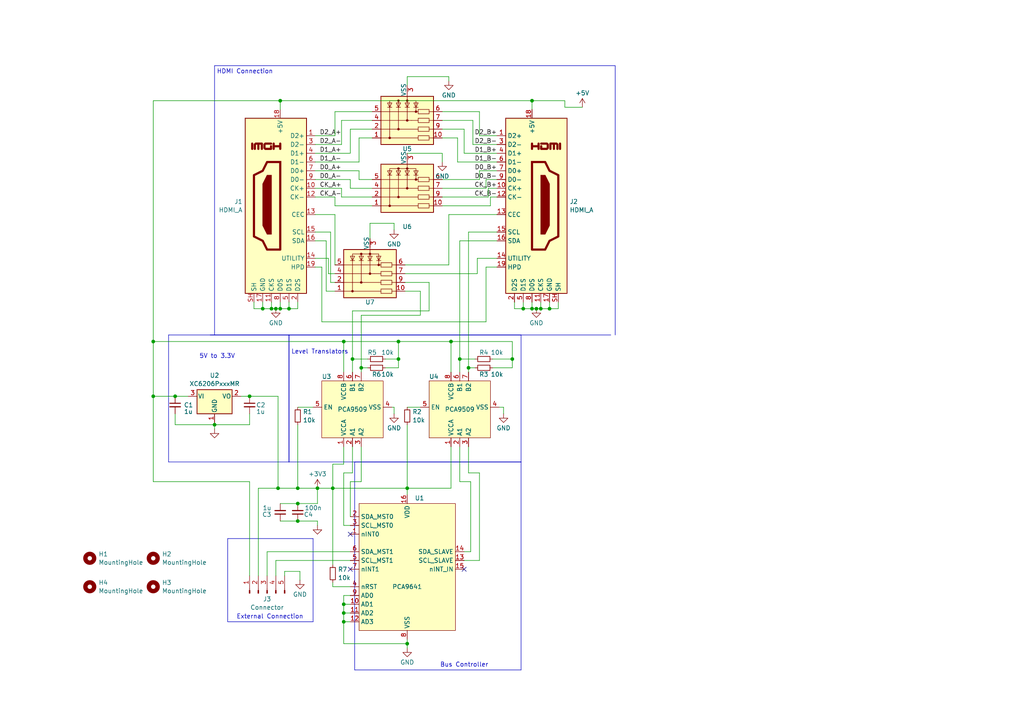
<source format=kicad_sch>
(kicad_sch (version 20230121) (generator eeschema)
  (paper "A4")
  (title_block (title "DDC-CI-Injector") (rev "A"))
  (lib_symbols
    (symbol "Connector:Conn_01x05_Pin" (pin_names (offset 1.016) hide)
      (property "Reference" "J" (at 0 7.62 0))
      (property "Value" "Conn_01x05_Pin" (at 0 -7.62 0))
      (symbol "Conn_01x05_Pin_1_1"
        (polyline (pts (xy 1.27 -5.08) (xy 0.8636 -5.08)) (stroke (width 0.1524)))
        (polyline (pts (xy 1.27 -2.54) (xy 0.8636 -2.54)) (stroke (width 0.1524)))
        (polyline (pts (xy 1.27 0) (xy 0.8636 0)) (stroke (width 0.1524)))
        (polyline (pts (xy 1.27 2.54) (xy 0.8636 2.54)) (stroke (width 0.1524)))
        (polyline (pts (xy 1.27 5.08) (xy 0.8636 5.08)) (stroke (width 0.1524)))
        (rectangle (start 0.8636 -4.953) (end 0 -5.207) (stroke (width 0.1524)) (fill (type outline)))
        (rectangle (start 0.8636 -2.413) (end 0 -2.667) (stroke (width 0.1524)) (fill (type outline)))
        (rectangle (start 0.8636 0.127) (end 0 -0.127) (stroke (width 0.1524)) (fill (type outline)))
        (rectangle (start 0.8636 2.667) (end 0 2.413) (stroke (width 0.1524)) (fill (type outline)))
        (rectangle (start 0.8636 5.207) (end 0 4.953) (stroke (width 0.1524)) (fill (type outline)))
        (pin passive line (at 5.08 5.08 180) (length 3.81) (name "Pin_1") (number "1"))
        (pin passive line (at 5.08 2.54 180) (length 3.81) (name "Pin_2") (number "2"))
        (pin passive line (at 5.08 0 180) (length 3.81) (name "Pin_3") (number "3"))
        (pin passive line (at 5.08 -2.54 180) (length 3.81) (name "Pin_4") (number "4"))
        (pin passive line (at 5.08 -5.08 180) (length 3.81) (name "Pin_5") (number "5"))
      )
    )
    (symbol "Connector:HDMI_A"
      (property "Reference" "J" (at -6.35 26.67 0))
      (property "Value" "HDMI_A" (at 10.16 26.67 0))
      (symbol "HDMI_A_0_0"
        (polyline (pts (xy 8.128 16.51) (xy 8.128 18.034)) (stroke (width 0.635)))
        (polyline (pts (xy 0 16.51) (xy 0 18.034) (xy 0 17.272) (xy 1.905 17.272) (xy 1.905 18.034) (xy 1.905 16.51)) (stroke (width 0.635)))
        (polyline (pts (xy 2.667 18.034) (xy 4.318 18.034) (xy 4.572 17.78) (xy 4.572 16.764) (xy 4.318 16.51) (xy 2.667 16.51) (xy 2.667 17.272)) (stroke (width 0.635)))
      )
      (symbol "HDMI_A_0_1"
        (rectangle (start -7.62 25.4) (end 10.16 -25.4) (stroke (width 0.254)) (fill (type background)))
        (polyline (pts (xy 2.54 8.89) (xy 3.81 8.89) (xy 5.08 6.35) (xy 5.08 -5.715) (xy 3.81 -8.255) (xy 2.54 -8.255) (xy 2.54 8.89)) (fill (type outline)))
        (polyline (pts (xy 5.334 16.51) (xy 5.334 18.034) (xy 6.35 18.034) (xy 6.35 16.51) (xy 6.35 18.034) (xy 7.112 18.034) (xy 7.366 17.78) (xy 7.366 16.51)) (stroke (width 0.635)))
        (polyline (pts (xy 0 12.7) (xy 0 -12.7) (xy 3.81 -12.7) (xy 5.08 -10.16) (xy 7.62 -8.89) (xy 7.62 8.89) (xy 5.08 10.16) (xy 3.81 12.7) (xy 0 12.7)) (stroke (width 0.635)))
      )
      (symbol "HDMI_A_1_1"
        (pin passive line (at -10.16 20.32 0) (length 2.54) (name "D2+") (number "1"))
        (pin passive line (at -10.16 5.08 0) (length 2.54) (name "CK+") (number "10"))
        (pin power_in line (at 2.54 -27.94 90) (length 2.54) (name "CKS") (number "11"))
        (pin passive line (at -10.16 2.54 0) (length 2.54) (name "CK-") (number "12"))
        (pin bidirectional line (at -10.16 -2.54 0) (length 2.54) (name "CEC") (number "13"))
        (pin passive line (at -10.16 -15.24 0) (length 2.54) (name "UTILITY") (number "14"))
        (pin passive line (at -10.16 -7.62 0) (length 2.54) (name "SCL") (number "15"))
        (pin bidirectional line (at -10.16 -10.16 0) (length 2.54) (name "SDA") (number "16"))
        (pin power_in line (at 5.08 -27.94 90) (length 2.54) (name "GND") (number "17"))
        (pin power_in line (at 0 27.94 270) (length 2.54) (name "+5V") (number "18"))
        (pin passive line (at -10.16 -17.78 0) (length 2.54) (name "HPD") (number "19"))
        (pin power_in line (at -5.08 -27.94 90) (length 2.54) (name "D2S") (number "2"))
        (pin passive line (at -10.16 17.78 0) (length 2.54) (name "D2-") (number "3"))
        (pin passive line (at -10.16 15.24 0) (length 2.54) (name "D1+") (number "4"))
        (pin power_in line (at -2.54 -27.94 90) (length 2.54) (name "D1S") (number "5"))
        (pin passive line (at -10.16 12.7 0) (length 2.54) (name "D1-") (number "6"))
        (pin passive line (at -10.16 10.16 0) (length 2.54) (name "D0+") (number "7"))
        (pin power_in line (at 0 -27.94 90) (length 2.54) (name "D0S") (number "8"))
        (pin passive line (at -10.16 7.62 0) (length 2.54) (name "D0-") (number "9"))
        (pin passive line (at 7.62 -27.94 90) (length 2.54) (name "SH") (number "SH"))
      )
    )
    (symbol "DDC-CI-Injector-Symbols:PCA9509"
      (property "Reference" "U" (at 1.27 17.78 0))
      (symbol "PCA9509_1_1"
        (rectangle (start -13.97 16.51) (end 3.81 0) (fill (type background)))
        (pin power_in line (at -7.62 -2.54 90) (length 2.54) (name "VCCA") (number "1"))
        (pin bidirectional line (at -5.08 -2.54 90) (length 2.54) (name "A1") (number "2"))
        (pin bidirectional line (at -2.54 -2.54 90) (length 2.54) (name "A2") (number "3"))
        (pin passive line (at 6.35 8.89 180) (length 2.54) (name "VSS") (number "4"))
        (pin bidirectional line (at -16.51 8.89 0) (length 2.54) (name "EN") (number "5"))
        (pin bidirectional line (at -5.08 19.05 270) (length 2.54) (name "B1") (number "6"))
        (pin bidirectional line (at -2.54 19.05 270) (length 2.54) (name "B2") (number "7"))
        (pin power_in line (at -7.62 19.05 270) (length 2.54) (name "VCCB") (number "8"))
      )
    )
    (symbol "DDC-CI-Injector-Symbols:PCA9641"
      (property "Reference" "U" (at 12.7 20.32 0))
      (symbol "PCA9641_1_1"
        (rectangle (start -13.97 19.05) (end 13.97 -17.78) (fill (type background)))
        (pin output line (at -16.51 10.16 0) (length 2.54) (name "nINT0") (number "1"))
        (pin input line (at -16.51 -10.16 0) (length 2.54) (name "AD1") (number "10"))
        (pin input line (at -16.51 -12.7 0) (length 2.54) (name "AD2") (number "11"))
        (pin input line (at -16.51 -15.24 0) (length 2.54) (name "AD3") (number "12"))
        (pin bidirectional line (at 16.51 2.54 180) (length 2.54) (name "SCL_SLAVE") (number "13"))
        (pin bidirectional line (at 16.51 5.08 180) (length 2.54) (name "SDA_SLAVE") (number "14"))
        (pin input line (at 16.51 0 180) (length 2.54) (name "nINT_IN") (number "15"))
        (pin power_in line (at 0 21.59 270) (length 2.54) (name "VDD") (number "16"))
        (pin bidirectional line (at -16.51 15.24 0) (length 2.54) (name "SDA_MST0") (number "2"))
        (pin bidirectional line (at -16.51 12.7 0) (length 2.54) (name "SCL_MST0") (number "3"))
        (pin input line (at -16.51 -5.08 0) (length 2.54) (name "nRST") (number "4"))
        (pin bidirectional line (at -16.51 2.54 0) (length 2.54) (name "SCL_MST1") (number "5"))
        (pin bidirectional line (at -16.51 5.08 0) (length 2.54) (name "SDA_MST1") (number "6"))
        (pin output line (at -16.51 0 0) (length 2.54) (name "nINT1") (number "7"))
        (pin passive line (at 0 -20.32 90) (length 2.54) (name "VSS") (number "8"))
        (pin input line (at -16.51 -7.62 0) (length 2.54) (name "AD0") (number "9"))
      )
    )
    (symbol "Device:C_Small" (pin_numbers hide) (pin_names (offset 0.254) hide)
      (property "Reference" "C" (at 0.254 1.778 0))
      (property "Value" "C_Small" (at 0.254 -2.032 0))
      (symbol "C_Small_0_1"
        (polyline (pts (xy -1.524 -0.508) (xy 1.524 -0.508)) (stroke (width 0.3302)))
        (polyline (pts (xy -1.524 0.508) (xy 1.524 0.508)) (stroke (width 0.3048)))
      )
      (symbol "C_Small_1_1"
        (pin passive line (at 0 2.54 270) (length 2.032) (name "~") (number "1"))
        (pin passive line (at 0 -2.54 90) (length 2.032) (name "~") (number "2"))
      )
    )
    (symbol "Device:R_Small" (pin_numbers hide) (pin_names (offset 0.254) hide)
      (property "Reference" "R" (at 0.762 0.508 0))
      (property "Value" "R_Small" (at 0.762 -1.016 0))
      (symbol "R_Small_0_1"
        (rectangle (start -0.762 1.778) (end 0.762 -1.778) (stroke (width 0.2032)))
      )
      (symbol "R_Small_1_1"
        (pin passive line (at 0 2.54 270) (length 0.762) (name "~") (number "1"))
        (pin passive line (at 0 -2.54 90) (length 0.762) (name "~") (number "2"))
      )
    )
    (symbol "Mechanical:MountingHole" (pin_names (offset 1.016))
      (property "Reference" "H" (at 0 5.08 0))
      (property "Value" "MountingHole" (at 0 3.175 0))
      (symbol "MountingHole_0_1"
        (circle (center 0 0) (radius 1.27) (stroke (width 1.27)))
      )
    )
    (symbol "Power_Protection:ESD224DQA" (pin_names (offset 0))
      (property "Reference" "U" (at -0.635 8.255 0))
      (property "Value" "ESD224DQA" (at 8.89 -8.255 0))
      (symbol "ESD224DQA_0_0"
        (polyline (pts (xy -2.54 -5.715) (xy -2.54 2.54)))
        (polyline (pts (xy 0 0) (xy 0 -6.985)))
      )
      (symbol "ESD224DQA_0_1"
        (rectangle (start -7.62 6.985) (end 7.62 -6.985) (stroke (width 0.254)) (fill (type background)))
        (circle (center -5.08 5.08) (radius 0.2794) (fill (type outline)))
        (circle (center -2.54 -5.715) (radius 0.2794) (fill (type outline)))
        (circle (center -2.54 2.54) (radius 0.2794) (fill (type outline)))
        (circle (center 0 -5.715) (radius 0.2794) (fill (type outline)))
        (polyline (pts (xy -7.62 -2.54) (xy 3.175 -2.54)))
        (polyline (pts (xy -7.62 0) (xy 1.27 0)))
        (polyline (pts (xy -7.62 2.54) (xy -5.08 2.54)))
        (polyline (pts (xy -7.62 5.08) (xy -7.62 5.08)))
        (polyline (pts (xy -4.445 -3.81) (xy -5.715 -3.81)))
        (polyline (pts (xy -1.905 -3.81) (xy -3.175 -3.81)))
        (polyline (pts (xy 0 -6.985) (xy 0 -7.62)))
        (polyline (pts (xy 0.635 -3.81) (xy -0.635 -3.81)))
        (polyline (pts (xy 3.175 -3.81) (xy 1.905 -3.81)))
        (polyline (pts (xy 3.175 0) (xy 1.27 0)) (stroke (width 0.1524)))
        (polyline (pts (xy 3.175 5.08) (xy -7.62 5.08)) (stroke (width 0.1524)))
        (polyline (pts (xy 7.62 -2.54) (xy 6.35 -2.54)) (stroke (width 0.1524)))
        (polyline (pts (xy 7.62 0) (xy 6.35 0)) (stroke (width 0.1524)))
        (polyline (pts (xy 7.62 2.54) (xy 6.35 2.54)) (stroke (width 0.1524)))
        (polyline (pts (xy 7.62 5.08) (xy 6.35 5.08)) (stroke (width 0.1524)))
        (polyline (pts (xy -5.08 5.08) (xy -5.08 -5.715) (xy 2.54 -5.715) (xy 2.54 -2.54)) (stroke (width 0.1524)))
        (polyline (pts (xy -4.445 -5.08) (xy -5.715 -5.08) (xy -5.08 -3.81) (xy -4.445 -5.08)))
        (polyline (pts (xy -1.905 -5.08) (xy -3.175 -5.08) (xy -2.54 -3.81) (xy -1.905 -5.08)))
        (polyline (pts (xy 0.635 -5.08) (xy -0.635 -5.08) (xy 0 -3.81) (xy 0.635 -5.08)))
        (polyline (pts (xy 3.175 -5.08) (xy 1.905 -5.08) (xy 2.54 -3.81) (xy 3.175 -5.08)))
        (polyline (pts (xy 3.175 2.54) (xy 0 2.54) (xy 0 2.54) (xy -3.81 2.54) (xy -3.81 2.54) (xy -5.08 2.54)) (stroke (width 0.1524)))
        (circle (center 0 0) (radius 0.2794) (fill (type outline)))
        (circle (center 2.54 -2.54) (radius 0.2794) (fill (type outline)))
        (rectangle (start 3.175 -1.905) (end 6.35 -3.175) (stroke (width 0.1524)))
        (rectangle (start 3.175 0.635) (end 6.35 -0.635) (stroke (width 0.1524)))
        (rectangle (start 3.175 3.175) (end 6.35 1.905) (stroke (width 0.1524)))
        (rectangle (start 3.175 5.715) (end 6.35 4.445) (stroke (width 0.1524)))
      )
      (symbol "ESD224DQA_1_1"
        (pin passive line (at -10.16 5.08 0) (length 2.54) (name "~") (number "1"))
        (pin passive line (at 10.16 5.08 180) (length 2.54) (name "~") (number "10"))
        (pin passive line (at -10.16 2.54 0) (length 2.54) (name "~") (number "2"))
        (pin power_in line (at 0 -10.16 90) (length 2.54) (name "VSS") (number "3"))
        (pin passive line (at -10.16 0 0) (length 2.54) (name "~") (number "4"))
        (pin passive line (at -10.16 -2.54 0) (length 2.54) (name "~") (number "5"))
        (pin passive line (at 10.16 -2.54 180) (length 2.54) (name "~") (number "6"))
        (pin passive line (at 10.16 0 180) (length 2.54) (name "~") (number "7"))
        (pin passive line (at 0 -10.16 90) (length 2.54) hide (name "VSS") (number "8"))
        (pin passive line (at 10.16 2.54 180) (length 2.54) (name "~") (number "9"))
      )
    )
    (symbol "Regulator_Linear:XC6206PxxxMR" (pin_names (offset 0.254))
      (property "Reference" "U" (at -3.81 3.175 0))
      (property "Value" "XC6206PxxxMR" (at 0 3.175 0))
      (symbol "XC6206PxxxMR_0_1"
        (rectangle (start -5.08 1.905) (end 5.08 -5.08) (stroke (width 0.254)) (fill (type background)))
      )
      (symbol "XC6206PxxxMR_1_1"
        (pin power_in line (at 0 -7.62 90) (length 2.54) (name "GND") (number "1"))
        (pin power_out line (at 7.62 0 180) (length 2.54) (name "VO") (number "2"))
        (pin power_in line (at -7.62 0 0) (length 2.54) (name "VI") (number "3"))
      )
    )
    (symbol "power:+3V3" (power) (pin_names (offset 0))
      (property "Value" "+3V3" (at 0 3.556 0))
      (symbol "+3V3_0_1"
        (polyline (pts (xy -0.762 1.27) (xy 0 2.54)))
        (polyline (pts (xy 0 0) (xy 0 2.54)))
        (polyline (pts (xy 0 2.54) (xy 0.762 1.27)))
      )
      (symbol "+3V3_1_1"
        (pin power_in line (at 0 0 90) (length 0) hide (name "+3V3") (number "1"))
      )
    )
    (symbol "power:+5V" (power) (pin_names (offset 0))
      (property "Value" "+5V" (at 0 3.556 0))
      (symbol "+5V_0_1"
        (polyline (pts (xy -0.762 1.27) (xy 0 2.54)))
        (polyline (pts (xy 0 0) (xy 0 2.54)))
        (polyline (pts (xy 0 2.54) (xy 0.762 1.27)))
      )
      (symbol "+5V_1_1"
        (pin power_in line (at 0 0 90) (length 0) hide (name "+5V") (number "1"))
      )
    )
    (symbol "power:GND" (power) (pin_names (offset 0))
      (property "Value" "GND" (at 0 -3.81 0))
      (symbol "GND_0_1"
        (polyline (pts (xy 0 0) (xy 0 -1.27) (xy 1.27 -1.27) (xy 0 -2.54) (xy -1.27 -1.27) (xy 0 -1.27)))
      )
      (symbol "GND_1_1"
        (pin power_in line (at 0 0 270) (length 0) hide (name "GND") (number "1"))
      )
    )
  )
  (junction (at 44.45 99.06))
  (junction (at 78.74 89.535))
  (junction (at 115.57 99.06))
  (junction (at 50.8 114.935))
  (junction (at 151.765 89.535))
  (junction (at 102.235 104.14))
  (junction (at 159.385 89.535))
  (junction (at 81.28 89.535))
  (junction (at 92.075 141.605))
  (junction (at 86.36 141.605))
  (junction (at 96.52 141.605))
  (junction (at 99.695 180.34))
  (junction (at 118.11 141.605))
  (junction (at 99.695 99.06))
  (junction (at 115.57 104.14))
  (junction (at 76.2 89.535))
  (junction (at 80.01 89.535))
  (junction (at 135.89 106.68))
  (junction (at 44.45 114.935))
  (junction (at 104.775 106.68))
  (junction (at 86.36 151.13))
  (junction (at 154.305 89.535))
  (junction (at 154.305 29.21))
  (junction (at 156.845 89.535))
  (junction (at 83.82 89.535))
  (junction (at 118.11 186.69))
  (junction (at 86.36 146.05))
  (junction (at 133.35 104.14))
  (junction (at 72.39 114.935))
  (junction (at 148.59 104.14))
  (junction (at 99.695 175.26))
  (junction (at 80.645 141.605))
  (junction (at 62.23 123.19))
  (junction (at 99.695 177.8))
  (junction (at 81.28 29.21))
  (junction (at 155.575 89.535))
  (junction (at 130.81 99.06))
  (no_connect (at 134.62 165.1))
  (no_connect (at 101.6 165.1))
  (no_connect (at 101.6 154.94))
  (wire (pts (xy 161.925 89.535) (xy 161.925 87.63)))
  (wire (pts (xy 141.605 54.61) (xy 141.605 57.15)))
  (wire (pts (xy 50.8 123.19) (xy 62.23 123.19)))
  (wire (pts (xy 91.44 46.99) (xy 104.14 46.99)))
  (wire (pts (xy 128.27 32.385) (xy 139.065 32.385)))
  (wire (pts (xy 140.97 52.07) (xy 140.97 54.61)))
  (wire (pts (xy 154.305 31.75) (xy 154.305 29.21)))
  (wire (pts (xy 44.45 114.935) (xy 50.8 114.935)))
  (wire (pts (xy 134.62 44.45) (xy 144.145 44.45)))
  (wire (pts (xy 99.695 137.16) (xy 99.695 152.4)))
  (wire (pts (xy 102.235 90.17) (xy 102.235 104.14)))
  (wire (pts (xy 97.155 84.455) (xy 94.615 84.455)))
  (wire (pts (xy 114.3 64.77) (xy 114.3 66.675)))
  (wire (pts (xy 81.28 87.63) (xy 81.28 89.535)))
  (wire (pts (xy 133.35 104.14) (xy 133.35 69.85)))
  (wire (pts (xy 144.145 52.07) (xy 140.97 52.07)))
  (wire (pts (xy 139.065 162.56) (xy 134.62 162.56)))
  (wire (pts (xy 99.695 129.54) (xy 99.695 134.62)))
  (wire (pts (xy 91.44 57.15) (xy 97.155 57.15)))
  (wire (pts (xy 130.81 129.54) (xy 130.81 141.605)))
  (wire (pts (xy 118.11 22.225) (xy 118.11 24.765)))
  (wire (pts (xy 83.82 87.63) (xy 83.82 89.535)))
  (wire (pts (xy 140.97 54.61) (xy 128.27 54.61)))
  (wire (pts (xy 99.06 57.15) (xy 107.95 57.15)))
  (wire (pts (xy 104.775 106.68) (xy 106.68 106.68)))
  (wire (pts (xy 139.065 49.53) (xy 139.065 52.07)))
  (wire (pts (xy 134.62 160.02) (xy 136.525 160.02)))
  (wire (pts (xy 101.6 160.02) (xy 77.47 160.02)))
  (polyline (pts (xy 48.895 133.985) (xy 83.82 133.985)))
  (polyline (pts (xy 83.82 97.155) (xy 48.895 97.155)))
  (wire (pts (xy 141.605 57.15) (xy 128.27 57.15)))
  (wire (pts (xy 101.6 37.465) (xy 107.95 37.465)))
  (wire (pts (xy 130.175 62.23) (xy 144.145 62.23)))
  (wire (pts (xy 102.235 137.16) (xy 99.695 137.16)))
  (polyline (pts (xy 90.805 156.21) (xy 90.805 180.34)))
  (wire (pts (xy 92.075 141.605) (xy 96.52 141.605)))
  (wire (pts (xy 104.775 139.7) (xy 104.775 129.54)))
  (wire (pts (xy 104.775 106.68) (xy 104.775 107.95)))
  (wire (pts (xy 74.93 141.605) (xy 80.645 141.605)))
  (wire (pts (xy 117.475 76.835) (xy 130.175 76.835)))
  (wire (pts (xy 91.44 62.23) (xy 97.155 62.23)))
  (wire (pts (xy 135.89 137.16) (xy 139.065 137.16)))
  (wire (pts (xy 91.44 39.37) (xy 97.155 39.37)))
  (wire (pts (xy 92.075 146.05) (xy 92.075 141.605)))
  (wire (pts (xy 142.24 59.69) (xy 128.27 59.69)))
  (wire (pts (xy 97.155 62.23) (xy 97.155 76.835)))
  (polyline (pts (xy 66.04 156.21) (xy 66.04 180.34)))
  (wire (pts (xy 151.765 89.535) (xy 154.305 89.535)))
  (wire (pts (xy 154.305 89.535) (xy 155.575 89.535)))
  (wire (pts (xy 99.695 175.26) (xy 101.6 175.26)))
  (wire (pts (xy 144.145 41.91) (xy 137.16 41.91)))
  (wire (pts (xy 95.25 74.93) (xy 95.25 79.375)))
  (wire (pts (xy 44.45 99.06) (xy 44.45 114.935)))
  (wire (pts (xy 101.6 139.7) (xy 104.775 139.7)))
  (wire (pts (xy 118.11 44.45) (xy 128.27 44.45)))
  (wire (pts (xy 101.6 52.07) (xy 101.6 54.61)))
  (wire (pts (xy 80.645 114.935) (xy 80.645 141.605)))
  (wire (pts (xy 121.92 91.44) (xy 121.92 84.455)))
  (polyline (pts (xy 151.13 133.985) (xy 151.13 194.31)))
  (wire (pts (xy 163.83 29.21) (xy 163.83 31.115)))
  (wire (pts (xy 99.695 99.06) (xy 115.57 99.06)))
  (wire (pts (xy 118.11 186.69) (xy 99.695 186.69)))
  (wire (pts (xy 72.39 114.935) (xy 80.645 114.935)))
  (wire (pts (xy 133.35 104.14) (xy 137.795 104.14)))
  (wire (pts (xy 139.065 32.385) (xy 139.065 39.37)))
  (wire (pts (xy 91.44 41.91) (xy 99.06 41.91)))
  (wire (pts (xy 91.44 54.61) (xy 99.06 54.61)))
  (wire (pts (xy 144.145 54.61) (xy 141.605 54.61)))
  (wire (pts (xy 86.995 165.735) (xy 86.995 168.275)))
  (wire (pts (xy 69.85 114.935) (xy 72.39 114.935)))
  (wire (pts (xy 99.06 34.925) (xy 107.95 34.925)))
  (wire (pts (xy 81.28 146.05) (xy 86.36 146.05)))
  (wire (pts (xy 99.695 175.26) (xy 99.695 172.72)))
  (wire (pts (xy 139.065 137.16) (xy 139.065 162.56)))
  (wire (pts (xy 102.235 90.17) (xy 124.46 90.17)))
  (wire (pts (xy 142.875 104.14) (xy 148.59 104.14)))
  (wire (pts (xy 148.59 99.06) (xy 130.81 99.06)))
  (polyline (pts (xy 102.87 133.985) (xy 102.87 194.31)))
  (wire (pts (xy 136.525 139.7) (xy 133.35 139.7)))
  (wire (pts (xy 130.81 99.06) (xy 130.81 107.95)))
  (wire (pts (xy 130.175 22.225) (xy 130.175 23.495)))
  (wire (pts (xy 135.89 67.31) (xy 144.145 67.31)))
  (wire (pts (xy 86.36 118.11) (xy 90.805 118.11)))
  (wire (pts (xy 128.27 40.005) (xy 132.715 40.005)))
  (wire (pts (xy 154.305 29.21) (xy 81.28 29.21)))
  (wire (pts (xy 80.645 141.605) (xy 86.36 141.605)))
  (wire (pts (xy 124.46 81.915) (xy 117.475 81.915)))
  (wire (pts (xy 81.28 29.21) (xy 44.45 29.21)))
  (wire (pts (xy 78.74 89.535) (xy 80.01 89.535)))
  (wire (pts (xy 91.44 49.53) (xy 104.14 49.53)))
  (wire (pts (xy 101.6 44.45) (xy 101.6 37.465)))
  (wire (pts (xy 99.695 180.34) (xy 99.695 177.8)))
  (wire (pts (xy 132.715 40.005) (xy 132.715 46.99)))
  (wire (pts (xy 142.24 57.15) (xy 142.24 59.69)))
  (wire (pts (xy 137.16 34.925) (xy 128.27 34.925)))
  (wire (pts (xy 107.315 64.77) (xy 114.3 64.77)))
  (wire (pts (xy 86.36 141.605) (xy 92.075 141.605)))
  (wire (pts (xy 155.575 89.535) (xy 156.845 89.535)))
  (wire (pts (xy 91.44 52.07) (xy 101.6 52.07)))
  (wire (pts (xy 104.14 49.53) (xy 104.14 52.07)))
  (wire (pts (xy 115.57 104.14) (xy 115.57 106.68)))
  (wire (pts (xy 156.845 87.63) (xy 156.845 89.535)))
  (wire (pts (xy 44.45 114.935) (xy 44.45 139.7)))
  (wire (pts (xy 130.175 76.835) (xy 130.175 62.23)))
  (wire (pts (xy 99.695 172.72) (xy 101.6 172.72)))
  (wire (pts (xy 82.55 167.005) (xy 82.55 165.735)))
  (wire (pts (xy 94.615 84.455) (xy 94.615 69.85)))
  (wire (pts (xy 133.35 139.7) (xy 133.35 129.54)))
  (wire (pts (xy 80.01 162.56) (xy 80.01 167.005)))
  (wire (pts (xy 72.39 123.19) (xy 62.23 123.19)))
  (wire (pts (xy 97.155 59.69) (xy 107.95 59.69)))
  (wire (pts (xy 76.2 89.535) (xy 78.74 89.535)))
  (wire (pts (xy 96.52 134.62) (xy 96.52 141.605)))
  (wire (pts (xy 86.36 146.05) (xy 92.075 146.05)))
  (wire (pts (xy 139.065 39.37) (xy 144.145 39.37)))
  (wire (pts (xy 102.235 129.54) (xy 102.235 137.16)))
  (wire (pts (xy 114.3 118.11) (xy 114.3 120.015)))
  (wire (pts (xy 91.44 44.45) (xy 101.6 44.45)))
  (wire (pts (xy 77.47 160.02) (xy 77.47 167.005)))
  (wire (pts (xy 97.155 32.385) (xy 107.95 32.385)))
  (wire (pts (xy 144.145 57.15) (xy 142.24 57.15)))
  (wire (pts (xy 102.235 107.95) (xy 102.235 104.14)))
  (polyline (pts (xy 102.87 133.985) (xy 151.13 133.985)))
  (wire (pts (xy 107.315 69.215) (xy 107.315 64.77)))
  (wire (pts (xy 135.89 107.95) (xy 135.89 106.68)))
  (wire (pts (xy 118.11 185.42) (xy 118.11 186.69)))
  (wire (pts (xy 83.82 89.535) (xy 86.36 89.535)))
  (wire (pts (xy 86.36 123.19) (xy 86.36 141.605)))
  (polyline (pts (xy 178.435 19.05) (xy 178.435 97.155)))
  (wire (pts (xy 159.385 89.535) (xy 161.925 89.535)))
  (wire (pts (xy 104.14 46.99) (xy 104.14 40.005)))
  (wire (pts (xy 99.695 152.4) (xy 101.6 152.4)))
  (wire (pts (xy 159.385 87.63) (xy 159.385 89.535)))
  (wire (pts (xy 99.06 41.91) (xy 99.06 34.925)))
  (wire (pts (xy 102.235 104.14) (xy 106.68 104.14)))
  (wire (pts (xy 96.52 141.605) (xy 118.11 141.605)))
  (wire (pts (xy 73.66 87.63) (xy 73.66 89.535)))
  (wire (pts (xy 92.075 151.13) (xy 92.075 152.4)))
  (polyline (pts (xy 83.82 97.155) (xy 83.82 133.985)))
  (wire (pts (xy 135.89 129.54) (xy 135.89 137.16)))
  (wire (pts (xy 99.695 177.8) (xy 101.6 177.8)))
  (wire (pts (xy 148.59 106.68) (xy 142.875 106.68)))
  (polyline (pts (xy 83.82 133.985) (xy 151.13 133.985)))
  (wire (pts (xy 99.695 177.8) (xy 99.695 175.26)))
  (wire (pts (xy 82.55 165.735) (xy 86.995 165.735)))
  (wire (pts (xy 101.6 54.61) (xy 107.95 54.61)))
  (wire (pts (xy 81.28 89.535) (xy 83.82 89.535)))
  (wire (pts (xy 132.715 46.99) (xy 144.145 46.99)))
  (wire (pts (xy 72.39 120.015) (xy 72.39 123.19)))
  (wire (pts (xy 72.39 139.7) (xy 44.45 139.7)))
  (wire (pts (xy 128.27 37.465) (xy 134.62 37.465)))
  (wire (pts (xy 154.305 29.21) (xy 163.83 29.21)))
  (wire (pts (xy 136.525 160.02) (xy 136.525 139.7)))
  (wire (pts (xy 99.695 134.62) (xy 96.52 134.62)))
  (polyline (pts (xy 83.82 97.155) (xy 83.82 133.985)))
  (polyline (pts (xy 151.13 194.31) (xy 102.87 194.31)))
  (wire (pts (xy 115.57 99.06) (xy 115.57 104.14)))
  (wire (pts (xy 135.89 106.68) (xy 137.795 106.68)))
  (wire (pts (xy 154.305 87.63) (xy 154.305 89.535)))
  (wire (pts (xy 91.44 74.93) (xy 95.25 74.93)))
  (wire (pts (xy 96.52 168.91) (xy 96.52 170.18)))
  (wire (pts (xy 121.92 84.455) (xy 117.475 84.455)))
  (wire (pts (xy 101.6 162.56) (xy 80.01 162.56)))
  (polyline (pts (xy 66.04 156.21) (xy 90.805 156.21)))
  (wire (pts (xy 144.78 118.11) (xy 146.05 118.11)))
  (wire (pts (xy 137.16 41.91) (xy 137.16 34.925)))
  (wire (pts (xy 80.01 89.535) (xy 81.28 89.535)))
  (wire (pts (xy 96.52 141.605) (xy 96.52 163.83)))
  (wire (pts (xy 97.155 57.15) (xy 97.155 59.69)))
  (wire (pts (xy 104.14 40.005) (xy 107.95 40.005)))
  (wire (pts (xy 94.615 69.85) (xy 91.44 69.85)))
  (wire (pts (xy 146.05 118.11) (xy 146.05 120.015)))
  (wire (pts (xy 44.45 99.06) (xy 99.695 99.06)))
  (wire (pts (xy 151.765 87.63) (xy 151.765 89.535)))
  (wire (pts (xy 115.57 106.68) (xy 111.76 106.68)))
  (wire (pts (xy 133.35 69.85) (xy 144.145 69.85)))
  (wire (pts (xy 135.89 106.68) (xy 135.89 67.31)))
  (polyline (pts (xy 62.23 19.05) (xy 62.23 97.155)))
  (wire (pts (xy 140.97 77.47) (xy 144.145 77.47)))
  (wire (pts (xy 118.11 22.225) (xy 130.175 22.225)))
  (wire (pts (xy 104.775 91.44) (xy 121.92 91.44)))
  (wire (pts (xy 62.23 122.555) (xy 62.23 123.19)))
  (wire (pts (xy 118.11 141.605) (xy 130.81 141.605)))
  (wire (pts (xy 138.43 74.93) (xy 144.145 74.93)))
  (wire (pts (xy 117.475 79.375) (xy 138.43 79.375)))
  (wire (pts (xy 118.11 141.605) (xy 118.11 143.51)))
  (wire (pts (xy 118.11 123.19) (xy 118.11 141.605)))
  (wire (pts (xy 95.25 79.375) (xy 97.155 79.375)))
  (wire (pts (xy 76.2 87.63) (xy 76.2 89.535)))
  (wire (pts (xy 81.28 151.13) (xy 86.36 151.13)))
  (wire (pts (xy 124.46 90.17) (xy 124.46 81.915)))
  (wire (pts (xy 95.885 81.915) (xy 97.155 81.915)))
  (wire (pts (xy 99.695 186.69) (xy 99.695 180.34)))
  (wire (pts (xy 149.225 89.535) (xy 151.765 89.535)))
  (wire (pts (xy 156.845 89.535) (xy 159.385 89.535)))
  (wire (pts (xy 111.76 104.14) (xy 115.57 104.14)))
  (wire (pts (xy 118.11 118.11) (xy 121.92 118.11)))
  (wire (pts (xy 134.62 37.465) (xy 134.62 44.45)))
  (wire (pts (xy 91.44 77.47) (xy 93.345 77.47)))
  (wire (pts (xy 81.28 29.21) (xy 81.28 31.75)))
  (wire (pts (xy 93.345 77.47) (xy 93.345 93.345)))
  (wire (pts (xy 101.6 149.86) (xy 101.6 139.7)))
  (wire (pts (xy 104.775 91.44) (xy 104.775 106.68)))
  (wire (pts (xy 99.695 180.34) (xy 101.6 180.34)))
  (wire (pts (xy 99.695 99.06) (xy 99.695 107.95)))
  (polyline (pts (xy 83.82 97.155) (xy 151.13 97.155)))
  (wire (pts (xy 115.57 99.06) (xy 130.81 99.06)))
  (wire (pts (xy 73.66 89.535) (xy 76.2 89.535)))
  (wire (pts (xy 148.59 104.14) (xy 148.59 106.68)))
  (wire (pts (xy 74.93 167.005) (xy 74.93 141.605)))
  (wire (pts (xy 140.97 93.345) (xy 140.97 77.47)))
  (wire (pts (xy 104.14 52.07) (xy 107.95 52.07)))
  (polyline (pts (xy 177.165 97.155) (xy 60.96 97.155)))
  (wire (pts (xy 97.155 39.37) (xy 97.155 32.385)))
  (wire (pts (xy 148.59 104.14) (xy 148.59 99.06)))
  (wire (pts (xy 72.39 167.005) (xy 72.39 139.7)))
  (wire (pts (xy 95.885 67.31) (xy 95.885 81.915)))
  (wire (pts (xy 44.45 29.21) (xy 44.45 99.06)))
  (wire (pts (xy 91.44 67.31) (xy 95.885 67.31)))
  (wire (pts (xy 93.345 93.345) (xy 140.97 93.345)))
  (wire (pts (xy 50.8 114.935) (xy 54.61 114.935)))
  (wire (pts (xy 163.83 31.115) (xy 168.91 31.115)))
  (wire (pts (xy 96.52 170.18) (xy 101.6 170.18)))
  (wire (pts (xy 138.43 74.93) (xy 138.43 79.375)))
  (polyline (pts (xy 151.13 133.985) (xy 151.13 97.155)))
  (polyline (pts (xy 48.895 97.155) (xy 48.895 133.985)))
  (wire (pts (xy 50.8 120.015) (xy 50.8 123.19)))
  (wire (pts (xy 99.06 54.61) (xy 99.06 57.15)))
  (polyline (pts (xy 90.805 180.34) (xy 66.04 180.34)))
  (wire (pts (xy 144.145 49.53) (xy 139.065 49.53)))
  (wire (pts (xy 149.225 87.63) (xy 149.225 89.535)))
  (wire (pts (xy 62.23 123.19) (xy 62.23 124.46)))
  (wire (pts (xy 113.665 118.11) (xy 114.3 118.11)))
  (wire (pts (xy 86.36 89.535) (xy 86.36 87.63)))
  (wire (pts (xy 133.35 107.95) (xy 133.35 104.14)))
  (wire (pts (xy 139.065 52.07) (xy 128.27 52.07)))
  (wire (pts (xy 128.27 44.45) (xy 128.27 46.99)))
  (polyline (pts (xy 62.23 19.05) (xy 178.435 19.05)))
  (wire (pts (xy 78.74 87.63) (xy 78.74 89.535)))
  (wire (pts (xy 118.11 186.69) (xy 118.11 187.96)))
  (wire (pts (xy 86.36 151.13) (xy 92.075 151.13)))
  (text "HDMI Connection" (at 62.865 21.59 0) (effects (font (size 1.27 1.27)) (justify left bottom)))
  (text "Bus Controller" (at 127.635 193.675 0) (effects (font (size 1.27 1.27)) (justify left bottom)))
  (text "External Connection" (at 68.58 179.705 0) (effects (font (size 1.27 1.27)) (justify left bottom)))
  (text "Level Translators" (at 84.455 102.87 0) (effects (font (size 1.27 1.27)) (justify left bottom)))
  (text "5V to 3.3V" (at 57.785 104.14 0) (effects (font (size 1.27 1.27)) (justify left bottom)))
  (label "D0_B-" (at 144.145 52.07 180))
  (label "D1_A-" (at 92.71 46.99 0))
  (label "D2_A-" (at 92.71 41.91 0))
  (label "D2_A+" (at 92.71 39.37 0))
  (label "D0_A+" (at 92.71 49.53 0))
  (label "CK_B-" (at 144.145 57.15 180))
  (label "D2_B-" (at 144.145 41.91 180))
  (label "CK_A+" (at 92.71 54.61 0))
  (label "D0_A-" (at 92.71 52.07 0))
  (label "D1_B+" (at 144.145 44.45 180))
  (label "D2_B+" (at 144.145 39.37 180))
  (label "CK_B+" (at 144.145 54.61 180))
  (label "D1_B-" (at 144.145 46.99 180))
  (label "D1_A+" (at 92.71 44.45 0))
  (label "D0_B+" (at 144.145 49.53 180))
  (label "CK_A-" (at 92.71 57.15 0))
  (symbol (lib_id "power:GND") (at 80.01 89.535 0) (unit 1)
    (property "Reference" "#PWR02" (effects hide))
    (property "Value" "GND" (at 80.01 93.6681 0))
  )
  (symbol (lib_id "DDC-CI-Injector-Symbols:PCA9509") (at 107.315 127 0) (unit 1)
    (property "Reference" "U3" (at 93.345 109.22 0) (effects (justify left)))
    (property "Value" "PCA9509" (at 102.235 118.745 0))
    (property "Footprint" "Package_SO:TSSOP-8_3x3mm_P0.65mm" (effects hide))
  )
  (symbol (lib_id "power:+3V3") (at 92.075 141.605 0) (unit 1)
    (property "Reference" "#PWR05" (effects hide))
    (property "Value" "+3V3" (at 92.075 137.4719 0))
  )
  (symbol (lib_id "Device:C_Small") (at 81.28 148.59 180) (unit 1)
    (property "Reference" "C3" (at 78.74 149.225 0) (effects (justify left)))
    (property "Value" "1u" (at 78.74 147.32 0) (effects (justify left)))
    (property "Footprint" "Capacitor_SMD:C_0603_1608Metric" (effects hide))
  )
  (symbol (lib_id "power:GND") (at 114.3 66.675 0) (unit 1)
    (property "Reference" "#PWR010" (effects hide))
    (property "Value" "GND" (at 114.3 70.8081 0))
  )
  (symbol (lib_id "power:GND") (at 118.11 187.96 0) (unit 1)
    (property "Reference" "#PWR01" (effects hide))
    (property "Value" "GND" (at 118.11 192.0931 0))
  )
  (symbol (lib_id "DDC-CI-Injector-Symbols:PCA9641") (at 118.11 165.1 0) (unit 1)
    (property "Reference" "U1" (at 120.3041 144.4569 0) (effects (justify left)))
    (property "Value" "PCA9641" (at 118.11 170.18 0))
    (property "Footprint" "Package_SO:TSSOP-16_4.4x5mm_P0.65mm" (effects hide))
  )
  (symbol (lib_id "Device:R_Small") (at 109.22 106.68 90) (unit 1)
    (property "Reference" "R6" (at 109.22 108.585 90))
    (property "Value" "10k" (at 112.395 108.585 90))
    (property "Footprint" "Resistor_SMD:R_0402_1005Metric" (effects hide))
  )
  (symbol (lib_id "Regulator_Linear:XC6206PxxxMR") (at 62.23 114.935 0) (unit 1)
    (property "Reference" "U2" (at 62.23 108.8857 0))
    (property "Value" "XC6206PxxxMR" (at 62.23 111.3099 0))
    (property "Footprint" "Package_TO_SOT_SMD:SOT-23-3" (effects hide))
    (property "Datasheet" "https://www.torexsemi.com/file/xc6206/XC6206.pdf" (effects hide))
  )
  (symbol (lib_id "power:+5V") (at 168.91 31.115 0) (unit 1)
    (property "Reference" "#PWR08" (effects hide))
    (property "Value" "+5V" (at 168.91 26.9819 0))
  )
  (symbol (lib_id "DDC-CI-Injector-Symbols:PCA9509") (at 138.43 127 0) (unit 1)
    (property "Reference" "U4" (at 124.46 109.22 0) (effects (justify left)))
    (property "Value" "PCA9509" (at 133.35 118.745 0))
    (property "Footprint" "Package_SO:TSSOP-8_3x3mm_P0.65mm" (effects hide))
  )
  (symbol (lib_id "Device:C_Small") (at 72.39 117.475 0) (unit 1)
    (property "Reference" "C2" (at 74.295 117.475 0) (effects (justify left)))
    (property "Value" "1u" (at 74.295 119.38 0) (effects (justify left)))
    (property "Footprint" "Capacitor_SMD:C_0603_1608Metric" (effects hide))
  )
  (symbol (lib_id "power:GND") (at 128.27 46.99 0) (unit 1)
    (property "Reference" "#PWR09" (effects hide))
    (property "Value" "GND" (at 128.27 51.1231 0))
  )
  (symbol (lib_id "Mechanical:MountingHole") (at 44.45 170.18 0) (unit 1)
    (property "Reference" "H3" (at 46.99 168.9679 0) (effects (justify left)))
    (property "Value" "MountingHole" (at 46.99 171.3921 0) (effects (justify left)))
    (property "Footprint" "MountingHole:MountingHole_2.7mm_M2.5_DIN965" (effects hide))
  )
  (symbol (lib_id "Device:C_Small") (at 86.36 148.59 180) (unit 1)
    (property "Reference" "C4" (at 90.805 149.225 0) (effects (justify left)))
    (property "Value" "100n" (at 93.345 147.32 0) (effects (justify left)))
    (property "Footprint" "Capacitor_SMD:C_0402_1005Metric" (effects hide))
  )
  (symbol (lib_id "Mechanical:MountingHole") (at 26.035 161.925 0) (unit 1)
    (property "Reference" "H1" (at 28.575 160.7129 0) (effects (justify left)))
    (property "Value" "MountingHole" (at 28.575 163.1371 0) (effects (justify left)))
    (property "Footprint" "MountingHole:MountingHole_2.7mm_M2.5_DIN965" (effects hide))
  )
  (symbol (lib_id "Mechanical:MountingHole") (at 44.45 161.925 0) (unit 1)
    (property "Reference" "H2" (at 46.99 160.7129 0) (effects (justify left)))
    (property "Value" "MountingHole" (at 46.99 163.1371 0) (effects (justify left)))
    (property "Footprint" "MountingHole:MountingHole_2.7mm_M2.5_DIN965" (effects hide))
  )
  (symbol (lib_id "power:GND") (at 130.175 23.495 0) (unit 1)
    (property "Reference" "#PWR011" (effects hide))
    (property "Value" "GND" (at 130.175 27.6281 0))
  )
  (symbol (lib_id "Power_Protection:ESD224DQA") (at 118.11 54.61 0) (mirror x) (unit 1)
    (property "Reference" "U6" (at 118.11 65.7393 0))
    (property "Value" "ESD224DQA" (effects hide))
    (property "Footprint" "Package_DFN_QFN:Diodes_UDFN-10_1.0x2.5mm_P0.5mm" (effects hide))
    (property "Datasheet" "https://www.ti.com/lit/ds/symlink/esd224.pdf" (effects hide))
  )
  (symbol (lib_id "Device:R_Small") (at 96.52 166.37 0) (unit 1)
    (property "Reference" "R7" (at 98.0186 165.1579 0) (effects (justify left)))
    (property "Value" "10k" (at 98.0186 167.5821 0) (effects (justify left)))
    (property "Footprint" "Resistor_SMD:R_0402_1005Metric" (effects hide))
  )
  (symbol (lib_id "Device:R_Small") (at 118.11 120.65 0) (unit 1)
    (property "Reference" "R2" (at 119.6086 119.4379 0) (effects (justify left)))
    (property "Value" "10k" (at 119.6086 121.8621 0) (effects (justify left)))
    (property "Footprint" "Resistor_SMD:R_0402_1005Metric" (effects hide))
  )
  (symbol (lib_id "Connector:HDMI_A") (at 154.305 59.69 0) (unit 1)
    (property "Reference" "J2" (at 165.227 58.4779 0) (effects (justify left)))
    (property "Value" "HDMI_A" (at 165.227 60.9021 0) (effects (justify left)))
    (property "Footprint" "Connector_HDMI:HDMI_A_Molex_208658-1001_Horizontal" (effects hide))
    (property "Datasheet" "https://en.wikipedia.org/wiki/HDMI" (effects hide))
  )
  (symbol (lib_id "power:GND") (at 92.075 152.4 0) (unit 1)
    (property "Reference" "#PWR013" (effects hide))
    (property "Value" "GND" (effects hide))
  )
  (symbol (lib_id "Mechanical:MountingHole") (at 26.035 170.18 0) (unit 1)
    (property "Reference" "H4" (at 28.575 168.9679 0) (effects (justify left)))
    (property "Value" "MountingHole" (at 28.575 171.3921 0) (effects (justify left)))
    (property "Footprint" "MountingHole:MountingHole_2.7mm_M2.5_DIN965" (effects hide))
  )
  (symbol (lib_id "Connector:HDMI_A") (at 81.28 59.69 0) (mirror y) (unit 1)
    (property "Reference" "J1" (at 70.358 58.4779 0) (effects (justify left)))
    (property "Value" "HDMI_A" (at 70.358 60.9021 0) (effects (justify left)))
    (property "Footprint" "Connector_HDMI:HDMI_A_Molex_208658-1001_Horizontal" (effects hide))
    (property "Datasheet" "https://en.wikipedia.org/wiki/HDMI" (effects hide))
  )
  (symbol (lib_id "Device:R_Small") (at 140.335 104.14 90) (unit 1)
    (property "Reference" "R4" (at 140.335 102.235 90))
    (property "Value" "10k" (at 144.145 102.235 90))
    (property "Footprint" "Resistor_SMD:R_0402_1005Metric" (effects hide))
  )
  (symbol (lib_id "Device:C_Small") (at 50.8 117.475 0) (unit 1)
    (property "Reference" "C1" (at 53.34 117.475 0) (effects (justify left)))
    (property "Value" "1u" (at 53.34 119.38 0) (effects (justify left)))
    (property "Footprint" "Capacitor_SMD:C_0603_1608Metric" (effects hide))
  )
  (symbol (lib_id "Device:R_Small") (at 86.36 120.65 0) (unit 1)
    (property "Reference" "R1" (at 87.8586 119.4379 0) (effects (justify left)))
    (property "Value" "10k" (at 87.8586 121.8621 0) (effects (justify left)))
    (property "Footprint" "Resistor_SMD:R_0402_1005Metric" (effects hide))
  )
  (symbol (lib_id "Device:R_Small") (at 140.335 106.68 90) (unit 1)
    (property "Reference" "R3" (at 140.335 108.585 90))
    (property "Value" "10k" (at 144.145 108.585 90))
    (property "Footprint" "Resistor_SMD:R_0402_1005Metric" (effects hide))
  )
  (symbol (lib_id "Power_Protection:ESD224DQA") (at 118.11 34.925 0) (mirror x) (unit 1)
    (property "Reference" "U5" (at 118.11 43.18 0))
    (property "Value" "ESD224DQA" (effects hide))
    (property "Footprint" "Package_DFN_QFN:Diodes_UDFN-10_1.0x2.5mm_P0.5mm" (effects hide))
    (property "Datasheet" "https://www.ti.com/lit/ds/symlink/esd224.pdf" (effects hide))
  )
  (symbol (lib_id "power:GND") (at 146.05 120.015 0) (unit 1)
    (property "Reference" "#PWR07" (effects hide))
    (property "Value" "GND" (at 146.05 124.1481 0))
  )
  (symbol (lib_id "power:GND") (at 62.23 124.46 0) (unit 1)
    (property "Reference" "#PWR04" (effects hide))
    (property "Value" "GND" (effects hide))
  )
  (symbol (lib_id "Power_Protection:ESD224DQA") (at 107.315 79.375 0) (mirror x) (unit 1)
    (property "Reference" "U7" (at 107.315 87.63 0))
    (property "Value" "ESD224DQA" (effects hide))
    (property "Footprint" "Package_DFN_QFN:Diodes_UDFN-10_1.0x2.5mm_P0.5mm" (effects hide))
    (property "Datasheet" "https://www.ti.com/lit/ds/symlink/esd224.pdf" (effects hide))
  )
  (symbol (lib_id "Device:R_Small") (at 109.22 104.14 90) (unit 1)
    (property "Reference" "R5" (at 107.95 102.235 90))
    (property "Value" "10k" (at 112.395 102.235 90))
    (property "Footprint" "Resistor_SMD:R_0402_1005Metric" (effects hide))
  )
  (symbol (lib_id "power:GND") (at 114.3 120.015 0) (unit 1)
    (property "Reference" "#PWR06" (effects hide))
    (property "Value" "GND" (at 114.3 124.1481 0))
  )
  (symbol (lib_id "power:GND") (at 155.575 89.535 0) (unit 1)
    (property "Reference" "#PWR03" (effects hide))
    (property "Value" "GND" (at 155.575 93.6681 0))
  )
  (symbol (lib_id "Connector:Conn_01x05_Pin") (at 77.47 172.085 90) (unit 1)
    (property "Reference" "J3" (at 77.47 173.7543 90))
    (property "Value" "Connector" (at 77.47 176.1785 90))
    (property "Footprint" "Connector_PinHeader_2.54mm:PinHeader_1x05_P2.54mm_Vertical" (effects hide))
  )
  (symbol (lib_id "power:GND") (at 86.995 168.275 0) (unit 1)
    (property "Reference" "#PWR014" (effects hide))
    (property "Value" "GND" (at 86.995 172.4081 0))
  )
)
</source>
